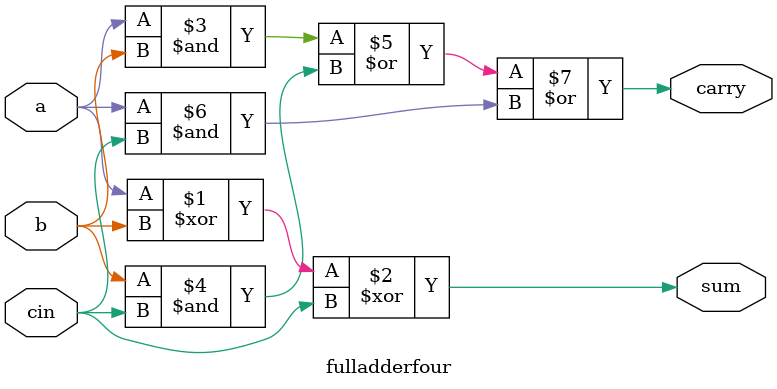
<source format=v>
`timescale 1ns / 1ps


module fulladderfour(
input  a,
input  b,
input cin,
output  sum,
output  carry
    );
    assign sum = a^b^cin;
    assign carry = (a&b)|(b&cin)|(a&cin);
endmodule

</source>
